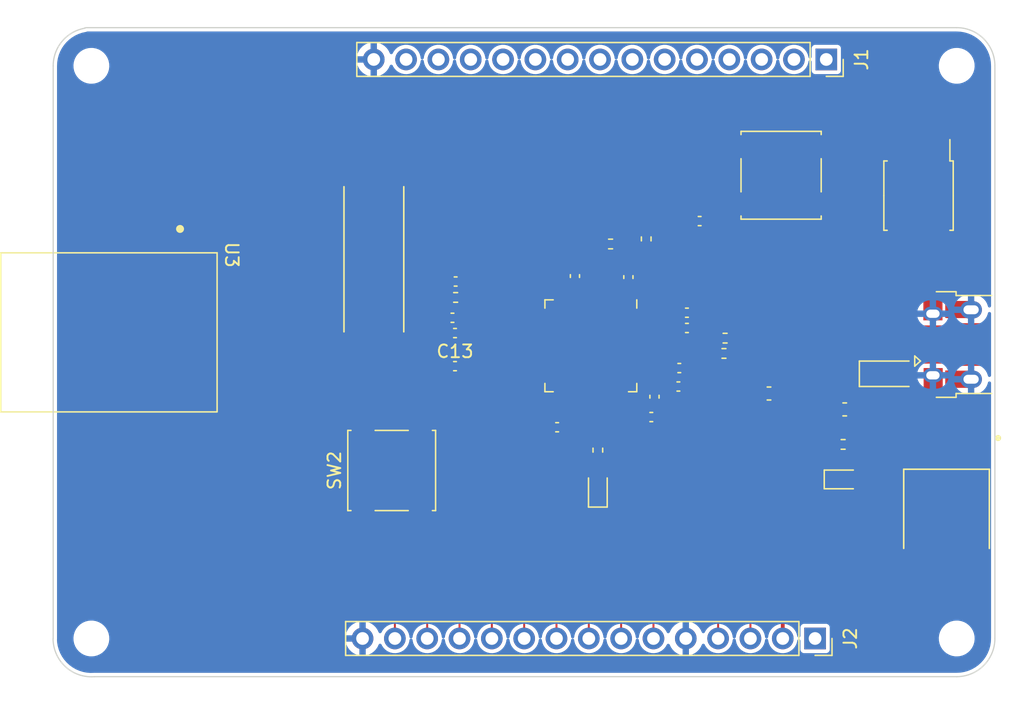
<source format=kicad_pcb>
(kicad_pcb (version 20211014) (generator pcbnew)
  (layers (0 "F.Cu" signal) (31 "B.Cu" power) (34 "B.Paste" user) (35 "F.Paste" user) (36 "B.SilkS" user "B.Silkscreen") (37 "F.SilkS" user "F.Silkscreen") (38 "B.Mask" user) (39 "F.Mask" user) (44 "Edge.Cuts" user))
  (net 0 "")
  (net 1 "+3.3V")
  (net 2 "GND")
  (net 3 "+1V1")
  (net 4 "/XIN")
  (net 5 "Net-(C13-Pad1)")
  (net 6 "Net-(C15-Pad1)")
  (net 7 "Net-(D1-Pad2)")
  (net 8 "Net-(D2-Pad2)")
  (net 9 "/VBUS")
  (net 10 "/GPIO5")
  (net 11 "/GPIO6")
  (net 12 "/GPIO7")
  (net 13 "/GPIO8")
  (net 14 "/GPIO9")
  (net 15 "/GPIO10")
  (net 16 "/GPIO11")
  (net 17 "/GPIO0")
  (net 18 "/GPIO1")
  (net 19 "/GPIO2")
  (net 20 "/GPIO3")
  (net 21 "/GPIO17")
  (net 22 "/GPIO18")
  (net 23 "/GPIO19")
  (net 24 "/GPIO20")
  (net 25 "/GPIO21")
  (net 26 "/GPIO22")
  (net 27 "/GPIO23")
  (net 28 "/GPIO24")
  (net 29 "/GPIO26")
  (net 30 "/GPIO27")
  (net 31 "/GPIO28")
  (net 32 "/GPIO29")
  (net 33 "/USB_D-")
  (net 34 "/USB_D+")
  (net 36 "/SWCLK")
  (net 37 "/SWD")
  (net 38 "Net-(R1-Pad2)")
  (net 39 "Net-(R2-Pad2)")
  (net 40 "/XOUT")
  (net 41 "/GPIO25")
  (net 42 "/QSPI_SS")
  (net 43 "Net-(R6-Pad2)")
  (net 44 "/RUN")
  (net 45 "/BLE_RX")
  (net 46 "/BLE_TX")
  (net 47 "/BLE_WAKEUP")
  (net 48 "/BLE_POWER_DOWN")
  (net 49 "/BLE_INT")
  (net 50 "/GPIO4")
  (net 51 "/QSPI_SD3")
  (net 52 "/QSPI_SCLK")
  (net 53 "/QSPI_SD0")
  (net 54 "/QSPI_SD2")
  (net 55 "/QSPI_SD1")
  (footprint "MountingHole:MountingHole_2.2mm_M2" (layer "F.Cu") (at 170 85)
    (fp_text reference "H1")
    (fp_text value "MountingHole")
    (pad "" np_thru_hole circle (at 0 0) (size 2.2 2.2) (drill 2.2) (layers *.Cu *.Mask))
  )
  (footprint "Package_DFN_QFN:QFN-56-1EP_7x7mm_P0.4mm_EP3.2x3.2mm" (layer "F.Cu") (at 141.25 107 -90)
    (fp_text reference "U1")
    (fp_text value "RP2040")
    (pad "1" smd roundrect locked (at -3.4375 -2.6 270) (size 0.875 0.2) (layers "F.Cu" "F.Paste" "F.Mask") (net 1 "+3.3V"))
    (pad "2" smd roundrect locked (at -3.4375 -2.2 270) (size 0.875 0.2) (layers "F.Cu" "F.Paste" "F.Mask") (net 17 "/GPIO0"))
    (pad "3" smd roundrect locked (at -3.4375 -1.8 270) (size 0.875 0.2) (layers "F.Cu" "F.Paste" "F.Mask") (net 18 "/GPIO1"))
    (pad "4" smd roundrect locked (at -3.4375 -1.4 270) (size 0.875 0.2) (layers "F.Cu" "F.Paste" "F.Mask") (net 19 "/GPIO2"))
    (pad "5" smd roundrect locked (at -3.4375 -1 270) (size 0.875 0.2) (layers "F.Cu" "F.Paste" "F.Mask") (net 20 "/GPIO3"))
    (pad "6" smd roundrect locked (at -3.4375 -0.6 270) (size 0.875 0.2) (layers "F.Cu" "F.Paste" "F.Mask") (net 50 "/GPIO4"))
    (pad "7" smd roundrect locked (at -3.4375 -0.2 270) (size 0.875 0.2) (layers "F.Cu" "F.Paste" "F.Mask") (net 10 "/GPIO5"))
    (pad "8" smd roundrect locked (at -3.4375 0.2 270) (size 0.875 0.2) (layers "F.Cu" "F.Paste" "F.Mask") (net 11 "/GPIO6"))
    (pad "9" smd roundrect locked (at -3.4375 0.6 270) (size 0.875 0.2) (layers "F.Cu" "F.Paste" "F.Mask") (net 12 "/GPIO7"))
    (pad "10" smd roundrect locked (at -3.4375 1 270) (size 0.875 0.2) (layers "F.Cu" "F.Paste" "F.Mask") (net 1 "+3.3V"))
    (pad "11" smd roundrect locked (at -3.4375 1.4 270) (size 0.875 0.2) (layers "F.Cu" "F.Paste" "F.Mask") (net 13 "/GPIO8"))
    (pad "12" smd roundrect locked (at -3.4375 1.8 270) (size 0.875 0.2) (layers "F.Cu" "F.Paste" "F.Mask") (net 14 "/GPIO9"))
    (pad "13" smd roundrect locked (at -3.4375 2.2 270) (size 0.875 0.2) (layers "F.Cu" "F.Paste" "F.Mask") (net 15 "/GPIO10"))
    (pad "14" smd roundrect locked (at -3.4375 2.6 270) (size 0.875 0.2) (layers "F.Cu" "F.Paste" "F.Mask") (net 16 "/GPIO11"))
    (pad "15" smd roundrect locked (at -2.6 3.4375 270) (size 0.2 0.875) (layers "F.Cu" "F.Paste" "F.Mask") (net 45 "/BLE_RX"))
    (pad "16" smd roundrect locked (at -2.2 3.4375 270) (size 0.2 0.875) (layers "F.Cu" "F.Paste" "F.Mask") (net 46 "/BLE_TX"))
    (pad "17" smd roundrect locked (at -1.8 3.4375 270) (size 0.2 0.875) (layers "F.Cu" "F.Paste" "F.Mask") (net 47 "/BLE_WAKEUP"))
    (pad "18" smd roundrect locked (at -1.4 3.4375 270) (size 0.2 0.875) (layers "F.Cu" "F.Paste" "F.Mask") (net 48 "/BLE_POWER_DOWN"))
    (pad "19" smd roundrect locked (at -1 3.4375 270) (size 0.2 0.875) (layers "F.Cu" "F.Paste" "F.Mask") (net 2 "GND"))
    (pad "20" smd roundrect locked (at -0.6 3.4375 270) (size 0.2 0.875) (layers "F.Cu" "F.Paste" "F.Mask") (net 4 "/XIN"))
    (pad "21" smd roundrect locked (at -0.2 3.4375 270) (size 0.2 0.875) (layers "F.Cu" "F.Paste" "F.Mask") (net 40 "/XOUT"))
    (pad "22" smd roundrect locked (at 0.2 3.4375 270) (size 0.2 0.875) (layers "F.Cu" "F.Paste" "F.Mask") (net 1 "+3.3V"))
    (pad "23" smd roundrect locked (at 0.6 3.4375 270) (size 0.2 0.875) (layers "F.Cu" "F.Paste" "F.Mask") (net 3 "+1V1"))
    (pad "24" smd roundrect locked (at 1 3.4375 270) (size 0.2 0.875) (layers "F.Cu" "F.Paste" "F.Mask") (net 36 "/SWCLK"))
    (pad "25" smd roundrect locked (at 1.4 3.4375 270) (size 0.2 0.875) (layers "F.Cu" "F.Paste" "F.Mask") (net 37 "/SWD"))
    (pad "26" smd roundrect locked (at 1.8 3.4375 270) (size 0.2 0.875) (layers "F.Cu" "F.Paste" "F.Mask") (net 44 "/RUN"))
    (pad "27" smd roundrect locked (at 2.2 3.4375 270) (size 0.2 0.875) (layers "F.Cu" "F.Paste" "F.Mask") (net 49 "/BLE_INT"))
    (pad "28" smd roundrect locked (at 2.6 3.4375 270) (size 0.2 0.875) (layers "F.Cu" "F.Paste" "F.Mask") (net 21 "/GPIO17"))
    (pad "29" smd roundrect locked (at 3.4375 2.6 270) (size 0.875 0.2) (layers "F.Cu" "F.Paste" "F.Mask") (net 22 "/GPIO18"))
    (pad "30" smd roundrect locked (at 3.4375 2.2 270) (size 0.875 0.2) (layers "F.Cu" "F.Paste" "F.Mask") (net 23 "/GPIO19"))
    (pad "31" smd roundrect locked (at 3.4375 1.8 270) (size 0.875 0.2) (layers "F.Cu" "F.Paste" "F.Mask") (net 24 "/GPIO20"))
    (pad "32" smd roundrect locked (at 3.4375 1.4 270) (size 0.875 0.2) (layers "F.Cu" "F.Paste" "F.Mask") (net 25 "/GPIO21"))
    (pad "33" smd roundrect locked (at 3.4375 1 270) (size 0.875 0.2) (layers "F.Cu" "F.Paste" "F.Mask") (net 1 "+3.3V"))
    (pad "34" smd roundrect locked (at 3.4375 0.6 270) (size 0.875 0.2) (layers "F.Cu" "F.Paste" "F.Mask") (net 26 "/GPIO22"))
    (pad "35" smd roundrect locked (at 3.4375 0.2 270) (size 0.875 0.2) (layers "F.Cu" "F.Paste" "F.Mask") (net 27 "/GPIO23"))
    (pad "36" smd roundrect locked (at 3.4375 -0.2 270) (size 0.875 0.2) (layers "F.Cu" "F.Paste" "F.Mask") (net 28 "/GPIO24"))
    (pad "37" smd roundrect locked (at 3.4375 -0.6 270) (size 0.875 0.2) (layers "F.Cu" "F.Paste" "F.Mask") (net 41 "/GPIO25"))
    (pad "38" smd roundrect locked (at 3.4375 -1 270) (size 0.875 0.2) (layers "F.Cu" "F.Paste" "F.Mask") (net 29 "/GPIO26"))
    (pad "39" smd roundrect locked (at 3.4375 -1.4 270) (size 0.875 0.2) (layers "F.Cu" "F.Paste" "F.Mask") (net 30 "/GPIO27"))
    (pad "40" smd roundrect locked (at 3.4375 -1.8 270) (size 0.875 0.2) (layers "F.Cu" "F.Paste" "F.Mask") (net 31 "/GPIO28"))
    (pad "41" smd roundrect locked (at 3.4375 -2.2 270) (size 0.875 0.2) (layers "F.Cu" "F.Paste" "F.Mask") (net 32 "/GPIO29"))
    (pad "42" smd roundrect locked (at 3.4375 -2.6 270) (size 0.875 0.2) (layers "F.Cu" "F.Paste" "F.Mask") (net 1 "+3.3V"))
    (pad "43" smd roundrect locked (at 2.6 -3.4375 270) (size 0.2 0.875) (layers "F.Cu" "F.Paste" "F.Mask") (net 1 "+3.3V"))
    (pad "44" smd roundrect locked (at 2.2 -3.4375 270) (size 0.2 0.875) (layers "F.Cu" "F.Paste" "F.Mask") (net 1 "+3.3V"))
    (pad "45" smd roundrect locked (at 1.8 -3.4375 270) (size 0.2 0.875) (layers "F.Cu" "F.Paste" "F.Mask") (net 3 "+1V1"))
    (pad "46" smd roundrect locked (at 1.4 -3.4375 270) (size 0.2 0.875) (layers "F.Cu" "F.Paste" "F.Mask") (net 39 "Net-(R2-Pad2)"))
    (pad "47" smd roundrect locked (at 1 -3.4375 270) (size 0.2 0.875) (layers "F.Cu" "F.Paste" "F.Mask") (net 38 "Net-(R1-Pad2)"))
    (pad "48" smd roundrect locked (at 0.6 -3.4375 270) (size 0.2 0.875) (layers "F.Cu" "F.Paste" "F.Mask") (net 1 "+3.3V"))
    (pad "49" smd roundrect locked (at 0.2 -3.4375 270) (size 0.2 0.875) (layers "F.Cu" "F.Paste" "F.Mask") (net 1 "+3.3V"))
    (pad "50" smd roundrect locked (at -0.2 -3.4375 270) (size 0.2 0.875) (layers "F.Cu" "F.Paste" "F.Mask") (net 3 "+1V1"))
    (pad "51" smd roundrect locked (at -0.6 -3.4375 270) (size 0.2 0.875) (layers "F.Cu" "F.Paste" "F.Mask") (net 51 "/QSPI_SD3"))
    (pad "52" smd roundrect locked (at -1 -3.4375 270) (size 0.2 0.875) (layers "F.Cu" "F.Paste" "F.Mask") (net 52 "/QSPI_SCLK"))
    (pad "53" smd roundrect locked (at -1.4 -3.4375 270) (size 0.2 0.875) (layers "F.Cu" "F.Paste" "F.Mask") (net 53 "/QSPI_SD0"))
    (pad "54" smd roundrect locked (at -1.8 -3.4375 270) (size 0.2 0.875) (layers "F.Cu" "F.Paste" "F.Mask") (net 54 "/QSPI_SD2"))
    (pad "55" smd roundrect locked (at -2.2 -3.4375 270) (size 0.2 0.875) (layers "F.Cu" "F.Paste" "F.Mask") (net 55 "/QSPI_SD1"))
    (pad "56" smd roundrect locked (at -2.6 -3.4375 270) (size 0.2 0.875) (layers "F.Cu" "F.Paste" "F.Mask") (net 42 "/QSPI_SS"))
    (pad "57" smd rect locked (at 0 0 270) (size 3.2 3.2) (layers "F.Cu" "F.Mask") (net 2 "GND"))
  )
  (footprint "Capacitor_SMD:C_0603_1608Metric" (layer "F.Cu") (at 155.25 110.75)
    (fp_text reference "C16")
    (fp_text value "10u")
    (pad "1" smd roundrect (at -0.775 0) (size 0.9 0.95) (layers "F.Cu" "F.Paste" "F.Mask") (net 1 "+3.3V"))
    (pad "2" smd roundrect (at 0.775 0) (size 0.9 0.95) (layers "F.Cu" "F.Paste" "F.Mask") (net 2 "GND"))
  )
  (footprint "Resistor_SMD:R_0402_1005Metric" (layer "F.Cu") (at 161.075 114.75)
    (fp_text reference "R7")
    (fp_text value "1k")
    (pad "1" smd roundrect (at -0.51 0) (size 0.54 0.64) (layers "F.Cu" "F.Paste" "F.Mask") (net 1 "+3.3V"))
    (pad "2" smd roundrect (at 0.51 0) (size 0.54 0.64) (layers "F.Cu" "F.Paste" "F.Mask") (net 8 "Net-(D2-Pad2)"))
  )
  (footprint "Capacitor_SMD:C_0402_1005Metric" (layer "F.Cu") (at 130.575 106 180)
    (fp_text reference "C11")
    (fp_text value "100n")
    (pad "1" smd roundrect (at -0.48 0 180) (size 0.56 0.62) (layers "F.Cu" "F.Paste" "F.Mask") (net 3 "+1V1"))
    (pad "2" smd roundrect (at 0.48 0 180) (size 0.56 0.62) (layers "F.Cu" "F.Paste" "F.Mask") (net 2 "GND"))
  )
  (footprint "MountingHole:MountingHole_2.2mm_M2" (layer "F.Cu") (at 170 130)
    (fp_text reference "H2")
    (fp_text value "MountingHole")
    (pad "" np_thru_hole circle (at 0 0) (size 2.2 2.2) (drill 2.2) (layers *.Cu *.Mask))
  )
  (footprint "Resistor_SMD:R_0402_1005Metric" (layer "F.Cu") (at 151.8 106.4 180)
    (fp_text reference "R1")
    (fp_text value "27.4")
    (pad "1" smd roundrect (at -0.51 0 180) (size 0.54 0.64) (layers "F.Cu" "F.Paste" "F.Mask") (net 34 "/USB_D+"))
    (pad "2" smd roundrect (at 0.51 0 180) (size 0.54 0.64) (layers "F.Cu" "F.Paste" "F.Mask") (net 38 "Net-(R1-Pad2)"))
  )
  (footprint "Package_SO:SOIC-8_5.23x5.23mm_P1.27mm" (layer "F.Cu") (at 167 95.2 -90)
    (fp_text reference "U2")
    (fp_text value "W25Q128JVS")
    (pad "1" smd roundrect (at -3.6 -1.905 270) (size 1.6 0.6) (layers "F.Cu" "F.Paste" "F.Mask") (net 42 "/QSPI_SS"))
    (pad "2" smd roundrect (at -3.6 -0.635 270) (size 1.6 0.6) (layers "F.Cu" "F.Paste" "F.Mask") (net 55 "/QSPI_SD1"))
    (pad "3" smd roundrect (at -3.6 0.635 270) (size 1.6 0.6) (layers "F.Cu" "F.Paste" "F.Mask") (net 54 "/QSPI_SD2"))
    (pad "4" smd roundrect (at -3.6 1.905 270) (size 1.6 0.6) (layers "F.Cu" "F.Paste" "F.Mask") (net 2 "GND"))
    (pad "5" smd roundrect (at 3.6 1.905 270) (size 1.6 0.6) (layers "F.Cu" "F.Paste" "F.Mask") (net 53 "/QSPI_SD0"))
    (pad "6" smd roundrect (at 3.6 0.635 270) (size 1.6 0.6) (layers "F.Cu" "F.Paste" "F.Mask") (net 52 "/QSPI_SCLK"))
    (pad "7" smd roundrect (at 3.6 -0.635 270) (size 1.6 0.6) (layers "F.Cu" "F.Paste" "F.Mask") (net 51 "/QSPI_SD3"))
    (pad "8" smd roundrect (at 3.6 -1.905 270) (size 1.6 0.6) (layers "F.Cu" "F.Paste" "F.Mask") (net 1 "+3.3V"))
  )
  (footprint "LED_SMD:LED_0603_1608Metric" (layer "F.Cu") (at 141.8 118.1875 90)
    (fp_text reference "D1")
    (fp_text value "BLUE")
    (pad "1" smd roundrect (at -0.7875 0 90) (size 0.875 0.95) (layers "F.Cu" "F.Paste" "F.Mask") (net 2 "GND"))
    (pad "2" smd roundrect (at 0.7875 0 90) (size 0.875 0.95) (layers "F.Cu" "F.Paste" "F.Mask") (net 7 "Net-(D1-Pad2)"))
  )
  (footprint "Capacitor_SMD:C_0402_1005Metric" (layer "F.Cu") (at 148.13 110.2)
    (fp_text reference "C5")
    (fp_text value "1u")
    (pad "1" smd roundrect (at -0.48 0) (size 0.56 0.62) (layers "F.Cu" "F.Paste" "F.Mask") (net 1 "+3.3V"))
    (pad "2" smd roundrect (at 0.48 0) (size 0.56 0.62) (layers "F.Cu" "F.Paste" "F.Mask") (net 2 "GND"))
  )
  (footprint "Capacitor_SMD:C_0402_1005Metric" (layer "F.Cu") (at 130.575 108.6)
    (fp_text reference "C13" (at 0 -1.16) (layer "F.SilkS"))
    (fp_text value "27p")
    (pad "1" smd roundrect (at -0.48 0) (size 0.56 0.62) (layers "F.Cu" "F.Paste" "F.Mask") (net 5 "Net-(C13-Pad1)"))
    (pad "2" smd roundrect (at 0.48 0) (size 0.56 0.62) (layers "F.Cu" "F.Paste" "F.Mask") (net 2 "GND"))
  )
  (footprint "NCP1117DT33G:VREG_NCP1117DT33G" (layer "F.Cu") (at 169.2 118.2 180)
    (fp_text reference "U4")
    (fp_text value "NCP1117DT33G")
    (pad "1" smd rect locked (at -2.285 4.08 180) (size 1.6 3) (layers "F.Cu" "F.Paste" "F.Mask") (net 2 "GND"))
    (pad "3" smd rect locked (at 2.285 4.08 180) (size 1.6 3) (layers "F.Cu" "F.Paste" "F.Mask") (net 6 "Net-(C15-Pad1)"))
    (pad "4" smd rect locked (at 0 -3.1 180) (size 5.8 6.2) (layers "F.Cu" "F.Paste" "F.Mask") (net 1 "+3.3V"))
  )
  (footprint "Connector_PinSocket_2.54mm:PinSocket_1x15_P2.54mm_Vertical" (layer "F.Cu") (at 158.87 130 -90)
    (fp_text reference "J2" (at 0 -2.77 90) (layer "F.SilkS"))
    (fp_text value "Conn_01x15")
    (pad "1" thru_hole rect (at 0 0 270) (size 1.7 1.7) (drill 1) (layers *.Cu *.Mask) (net 9 "/VBUS"))
    (pad "2" thru_hole oval (at 0 2.54 270) (size 1.7 1.7) (drill 1) (layers *.Cu *.Mask) (net 1 "+3.3V"))
    (pad "3" thru_hole oval (at 0 5.08 270) (size 1.7 1.7) (drill 1) (layers *.Cu *.Mask) (net 32 "/GPIO29"))
    (pad "4" thru_hole oval (at 0 7.62 270) (size 1.7 1.7) (drill 1) (layers *.Cu *.Mask) (net 31 "/GPIO28"))
    (pad "5" thru_hole oval (at 0 10.16 270) (size 1.7 1.7) (drill 1) (layers *.Cu *.Mask) (net 30 "/GPIO27"))
    (pad "6" thru_hole oval (at 0 12.7 270) (size 1.7 1.7) (drill 1) (layers *.Cu *.Mask) (net 29 "/GPIO26"))
    (pad "7" thru_hole oval (at 0 15.24 270) (size 1.7 1.7) (drill 1) (layers *.Cu *.Mask) (net 28 "/GPIO24"))
    (pad "8" thru_hole oval (at 0 17.78 270) (size 1.7 1.7) (drill 1) (layers *.Cu *.Mask) (net 27 "/GPIO23"))
    (pad "9" thru_hole oval (at 0 20.32 270) (size 1.7 1.7) (drill 1) (layers *.Cu *.Mask) (net 26 "/GPIO22"))
    (pad "10" thru_hole oval (at 0 22.86 270) (size 1.7 1.7) (drill 1) (layers *.Cu *.Mask) (net 25 "/GPIO21"))
    (pad "11" thru_hole oval (at 0 25.4 270) (size 1.7 1.7) (drill 1) (layers *.Cu *.Mask) (net 24 "/GPIO20"))
    (pad "12" thru_hole oval (at 0 27.94 270) (size 1.7 1.7) (drill 1) (layers *.Cu *.Mask) (net 23 "/GPIO19"))
    (pad "13" thru_hole oval (at 0 30.48 270) (size 1.7 1.7) (drill 1) (layers *.Cu *.Mask) (net 22 "/GPIO18"))
    (pad "14" thru_hole oval (at 0 33.02 270) (size 1.7 1.7) (drill 1) (layers *.Cu *.Mask) (net 21 "/GPIO17"))
    (pad "15" thru_hole oval (at 0 35.56 270) (size 1.7 1.7) (drill 1) (layers *.Cu *.Mask) (net 2 "GND"))
  )
  (footprint "Diode_SMD:D_SOD-123" (layer "F.Cu") (at 164.6 109.2)
    (fp_text reference "D3")
    (fp_text value "B5819W")
    (pad "1" smd rect (at -1.65 0) (size 0.9 1.2) (layers "F.Cu" "F.Paste" "F.Mask") (net 6 "Net-(C15-Pad1)"))
    (pad "2" smd rect (at 1.65 0) (size 0.9 1.2) (layers "F.Cu" "F.Paste" "F.Mask") (net 9 "/VBUS"))
  )
  (footprint "Capacitor_SMD:C_0402_1005Metric" (layer "F.Cu") (at 148.8 105.6)
    (fp_text reference "C9")
    (fp_text value "100n")
    (pad "1" smd roundrect (at -0.48 0) (size 0.56 0.62) (layers "F.Cu" "F.Paste" "F.Mask") (net 1 "+3.3V"))
    (pad "2" smd roundrect (at 0.48 0) (size 0.56 0.62) (layers "F.Cu" "F.Paste" "F.Mask") (net 2 "GND"))
  )
  (footprint "MountingHole:MountingHole_2.2mm_M2" (layer "F.Cu") (at 102 85)
    (fp_text reference "H4")
    (fp_text value "MountingHole")
    (pad "" np_thru_hole circle (at 0 0) (size 2.2 2.2) (drill 2.2) (layers *.Cu *.Mask))
  )
  (footprint "ABLS-12:XTAL_ABLS-12.000MHZ-B4-T" (layer "F.Cu") (at 124.2 100.2 -90)
    (fp_text reference "Y1")
    (fp_text value "ABLS-12.000MHZ-B4-T")
    (pad "1" smd rect locked (at -4.75 0 270) (size 5.6 2.1) (layers "F.Cu" "F.Paste" "F.Mask") (net 4 "/XIN"))
    (pad "2" smd rect locked (at 4.75 0 270) (size 5.6 2.1) (layers "F.Cu" "F.Paste" "F.Mask") (net 5 "Net-(C13-Pad1)"))
  )
  (footprint "Connector_PinSocket_2.54mm:PinSocket_1x15_P2.54mm_Vertical" (layer "F.Cu") (at 159.75 84.5 -90)
    (fp_text reference "J1" (at 0 -2.77 90) (layer "F.SilkS"))
    (fp_text value "Conn_01x15")
    (pad "1" thru_hole rect (at 0 0 270) (size 1.7 1.7) (drill 1) (layers *.Cu *.Mask) (net 17 "/GPIO0"))
    (pad "2" thru_hole oval (at 0 2.54 270) (size 1.7 1.7) (drill 1) (layers *.Cu *.Mask) (net 18 "/GPIO1"))
    (pad "3" thru_hole oval (at 0 5.08 270) (size 1.7 1.7) (drill 1) (layers *.Cu *.Mask) (net 19 "/GPIO2"))
    (pad "4" thru_hole oval (at 0 7.62 270) (size 1.7 1.7) (drill 1) (layers *.Cu *.Mask) (net 20 "/GPIO3"))
    (pad "5" thru_hole oval (at 0 10.16 270) (size 1.7 1.7) (drill 1) (layers *.Cu *.Mask) (net 50 "/GPIO4"))
    (pad "6" thru_hole oval (at 0 12.7 270) (size 1.7 1.7) (drill 1) (layers *.Cu *.Mask) (net 10 "/GPIO5"))
    (pad "7" thru_hole oval (at 0 15.24 270) (size 1.7 1.7) (drill 1) (layers *.Cu *.Mask) (net 11 "/GPIO6"))
    (pad "8" thru_hole oval (at 0 17.78 270) (size 1.7 1.7) (drill 1) (layers *.Cu *.Mask) (net 12 "/GPIO7"))
    (pad "9" thru_hole oval (at 0 20.32 270) (size 1.7 1.7) (drill 1) (layers *.Cu *.Mask) (net 13 "/GPIO8"))
    (pad "10" thru_hole oval (at 0 22.86 270) (size 1.7 1.7) (drill 1) (layers *.Cu *.Mask) (net 14 "/GPIO9"))
    (pad "11" thru_hole oval (at 0 25.4 270) (size 1.7 1.7) (drill 1) (layers *.Cu *.Mask) (net 15 "/GPIO10"))
    (pad "12" thru_hole oval (at 0 27.94 270) (size 1.7 1.7) (drill 1) (layers *.Cu *.Mask) (net 16 "/GPIO11"))
    (pad "13" thru_hole oval (at 0 30.48 270) (size 1.7 1.7) (drill 1) (layers *.Cu *.Mask) (net 37 "/SWD"))
    (pad "14" thru_hole oval (at 0 33.02 270) (size 1.7 1.7) (drill 1) (layers *.Cu *.Mask) (net 36 "/SWCLK"))
    (pad "15" thru_hole oval (at 0 35.56 270) (size 1.7 1.7) (drill 1) (layers *.Cu *.Mask) (net 2 "GND"))
  )
  (footprint "Resistor_SMD:R_0402_1005Metric" (layer "F.Cu") (at 145.6 98.6 -90)
    (fp_text reference "R8")
    (fp_text value "DNF")
    (pad "1" smd roundrect (at -0.51 0 270) (size 0.54 0.64) (layers "F.Cu" "F.Paste" "F.Mask") (net 1 "+3.3V"))
    (pad "2" smd roundrect (at 0.51 0 270) (size 0.54 0.64) (layers "F.Cu" "F.Paste" "F.Mask") (net 42 "/QSPI_SS"))
  )
  (footprint "Custom:MODULE_HM-BT4502" (layer "F.Cu") (at 103.38 105.946 -90)
    (fp_text reference "U3" (at -6.096 -9.652 -90 unlocked) (layer "F.SilkS"))
    (fp_text value "HM-BT4502")
    (pad "1" smd circle (at -6.25 -1.5 270) (size 1.6 1.6) (layers "F.Cu" "F.Paste" "F.Mask") (net 49 "/BLE_INT"))
    (pad "2" smd circle (at -6.25 -3.5 270) (size 1.6 1.6) (layers "F.Cu" "F.Paste" "F.Mask") (net 2 "GND"))
    (pad "3" smd circle (at -6.25 -5.5 270) (size 1.6 1.6) (layers "F.Cu" "F.Paste" "F.Mask") (net 2 "GND"))
    (pad "4" smd circle (at -3 -8.5 270) (size 1.6 1.6) (layers "F.Cu" "F.Paste" "F.Mask") (net 2 "GND"))
    (pad "5" smd circle (at -1 -8.5 270) (size 1.6 1.6) (layers "F.Cu" "F.Paste" "F.Mask") (net 48 "/BLE_POWER_DOWN"))
    (pad "6" smd circle (at 1 -8.5 270) (size 1.6 1.6) (layers "F.Cu" "F.Paste" "F.Mask") (net 47 "/BLE_WAKEUP"))
    (pad "7" smd circle (at 3 -8.5 270) (size 1.6 1.6) (layers "F.Cu" "F.Paste" "F.Mask") (net 1 "+3.3V"))
    (pad "8" smd circle (at 6.25 -5.5 270) (size 1.6 1.6) (layers "F.Cu" "F.Paste" "F.Mask") (net 45 "/BLE_RX"))
    (pad "9" smd circle (at 6.25 -3.5 270) (size 1.6 1.6) (layers "F.Cu" "F.Paste" "F.Mask") (net 46 "/BLE_TX"))
    (pad "10" smd circle (at 6.25 -1.5 270) (size 1.6 1.6) (layers "F.Cu" "F.Paste" "F.Mask") (net 2 "GND"))
    (pad "11" smd circle (at 6.25 0.5 270) (size 1.6 1.6) (layers "F.Cu" "F.Paste" "F.Mask"))
  )
  (footprint "Capacitor_SMD:C_0402_1005Metric" (layer "F.Cu") (at 140 101.52 90)
    (fp_text reference "C3")
    (fp_text value "100n")
    (pad "1" smd roundrect (at -0.48 0 90) (size 0.56 0.62) (layers "F.Cu" "F.Paste" "F.Mask") (net 1 "+3.3V"))
    (pad "2" smd roundrect (at 0.48 0 90) (size 0.56 0.62) (layers "F.Cu" "F.Paste" "F.Mask") (net 2 "GND"))
  )
  (footprint "Button_Switch_SMD:SW_SPST_B3S-1000" (layer "F.Cu") (at 156.2 93.6)
    (fp_text reference "SW1")
    (fp_text value "SW_Push")
    (pad "1" smd rect (at 3.975 -2.25) (size 1.55 1.3) (layers "F.Cu" "F.Paste" "F.Mask") (net 2 "GND"))
    (pad "1" smd rect (at -3.975 -2.25) (size 1.55 1.3) (layers "F.Cu" "F.Paste" "F.Mask") (net 2 "GND"))
    (pad "2" smd rect (at 3.975 2.25) (size 1.55 1.3) (layers "F.Cu" "F.Paste" "F.Mask") (net 43 "Net-(R6-Pad2)"))
    (pad "2" smd rect (at -3.975 2.25) (size 1.55 1.3) (layers "F.Cu" "F.Paste" "F.Mask") (net 43 "Net-(R6-Pad2)"))
  )
  (footprint "Resistor_SMD:R_0402_1005Metric" (layer "F.Cu") (at 130.625 103.2 180)
    (fp_text reference "R4")
    (fp_text value "1k")
    (pad "1" smd roundrect (at -0.51 0 180) (size 0.54 0.64) (layers "F.Cu" "F.Paste" "F.Mask") (net 40 "/XOUT"))
    (pad "2" smd roundrect (at 0.51 0 180) (size 0.54 0.64) (layers "F.Cu" "F.Paste" "F.Mask") (net 5 "Net-(C13-Pad1)"))
  )
  (footprint "Capacitor_SMD:C_0402_1005Metric" (layer "F.Cu") (at 146 112.6)
    (fp_text reference "C7")
    (fp_text value "100n")
    (pad "1" smd roundrect (at -0.48 0) (size 0.56 0.62) (layers "F.Cu" "F.Paste" "F.Mask") (net 1 "+3.3V"))
    (pad "2" smd roundrect (at 0.48 0) (size 0.56 0.62) (layers "F.Cu" "F.Paste" "F.Mask") (net 2 "GND"))
  )
  (footprint "Button_Switch_SMD:SW_SPST_B3S-1000" (layer "F.Cu") (at 125.6 116.8 90)
    (fp_text reference "SW2" (at 0 -4.5 90) (layer "F.SilkS"))
    (fp_text value "SW_Push")
    (pad "1" smd rect (at 3.975 -2.25 90) (size 1.55 1.3) (layers "F.Cu" "F.Paste" "F.Mask") (net 2 "GND"))
    (pad "1" smd rect (at -3.975 -2.25 90) (size 1.55 1.3) (layers "F.Cu" "F.Paste" "F.Mask") (net 2 "GND"))
    (pad "2" smd rect (at 3.975 2.25 90) (size 1.55 1.3) (layers "F.Cu" "F.Paste" "F.Mask") (net 44 "/RUN"))
    (pad "2" smd rect (at -3.975 2.25 90) (size 1.55 1.3) (layers "F.Cu" "F.Paste" "F.Mask") (net 44 "/RUN"))
  )
  (footprint "Capacitor_SMD:C_0402_1005Metric" (layer "F.Cu") (at 148.2 108.75)
    (fp_text reference "C8")
    (fp_text value "1u")
    (pad "1" smd roundrect (at -0.48 0) (size 0.56 0.62) (layers "F.Cu" "F.Paste" "F.Mask") (net 3 "+1V1"))
    (pad "2" smd roundrect (at 0.48 0) (size 0.56 0.62) (layers "F.Cu" "F.Paste" "F.Mask") (net 2 "GND"))
  )
  (footprint "Capacitor_SMD:C_0402_1005Metric" (layer "F.Cu") (at 149.8 97.2 180)
    (fp_text reference "C14")
    (fp_text value "100n")
    (pad "1" smd roundrect (at -0.48 0 180) (size 0.56 0.62) (layers "F.Cu" "F.Paste" "F.Mask") (net 1 "+3.3V"))
    (pad "2" smd roundrect (at 0.48 0 180) (size 0.56 0.62) (layers "F.Cu" "F.Paste" "F.Mask") (net 2 "GND"))
  )
  (footprint "Capacitor_SMD:C_0603_1608Metric" (layer "F.Cu") (at 161.2 112)
    (fp_text reference "C15")
    (fp_text value "10u")
    (pad "1" smd roundrect (at -0.775 0) (size 0.9 0.95) (layers "F.Cu" "F.Paste" "F.Mask") (net 6 "Net-(C15-Pad1)"))
    (pad "2" smd roundrect (at 0.775 0) (size 0.9 0.95) (layers "F.Cu" "F.Paste" "F.Mask") (net 2 "GND"))
  )
  (footprint "Capacitor_SMD:C_0402_1005Metric" (layer "F.Cu") (at 148.8 104.4)
    (fp_text reference "C12")
    (fp_text value "100n")
    (pad "1" smd roundrect (at -0.48 0) (size 0.56 0.62) (layers "F.Cu" "F.Paste" "F.Mask") (net 3 "+1V1"))
    (pad "2" smd roundrect (at 0.48 0) (size 0.56 0.62) (layers "F.Cu" "F.Paste" "F.Mask") (net 2 "GND"))
  )
  (footprint "Resistor_SMD:R_0402_1005Metric" (layer "F.Cu") (at 142.8 99 180)
    (fp_text reference "R6")
    (fp_text value "1k")
    (pad "1" smd roundrect (at -0.51 0 180) (size 0.54 0.64) (layers "F.Cu" "F.Paste" "F.Mask") (net 42 "/QSPI_SS"))
    (pad "2" smd roundrect (at 0.51 0 180) (size 0.54 0.64) (layers "F.Cu" "F.Paste" "F.Mask") (net 43 "Net-(R6-Pad2)"))
  )
  (footprint "Capacitor_SMD:C_0402_1005Metric" (layer "F.Cu") (at 146.25 111 -90)
    (fp_text reference "C2")
    (fp_text value "100n")
    (pad "1" smd roundrect (at -0.48 0 270) (size 0.56 0.62) (layers "F.Cu" "F.Paste" "F.Mask") (net 1 "+3.3V"))
    (pad "2" smd roundrect (at 0.48 0 270) (size 0.56 0.62) (layers "F.Cu" "F.Paste" "F.Mask") (net 2 "GND"))
  )
  (footprint "Connector_USB:USB_Micro-B_Amphenol_10103594-0001LF_Horizontal" (layer "F.Cu") (at 170.015 106.875 90)
    (fp_text reference "J3")
    (fp_text value "USB_B_Micro")
    (pad "1" smd rect (at -1.325 -1.765 180) (size 1.65 0.4) (layers "F.Cu" "F.Paste" "F.Mask") (net 9 "/VBUS"))
    (pad "2" smd rect (at -0.675 -1.765 180) (size 1.65 0.4) (layers "F.Cu" "F.Paste" "F.Mask") (net 33 "/USB_D-"))
    (pad "3" smd rect (at -0.025 -1.765 180) (size 1.65 0.4) (layers "F.Cu" "F.Paste" "F.Mask") (net 34 "/USB_D+"))
    (pad "4" smd rect (at 0.625 -1.765 180) (size 1.65 0.4) (layers "F.Cu" "F.Paste" "F.Mask"))
    (pad "5" smd rect (at 1.275 -1.765 180) (size 1.65 0.4) (layers "F.Cu" "F.Paste" "F.Mask") (net 2 "GND"))
    (pad "6" smd rect (at 2.975 -0.565 90) (size 1.825 0.7) (layers "F.Cu" "F.Paste" "F.Mask") (net 2 "GND"))
    (pad "6" smd rect (at -0.985 1.385 180) (size 2.5 1.43) (layers "F.Cu" "F.Paste" "F.Mask") (net 2 "GND"))
    (pad "6" thru_hole oval (at 2.705 1.115 180) (size 1.7 1.35) (drill oval 1.2 0.7) (layers *.Cu *.Mask) (net 2 "GND"))
    (pad "6" thru_hole oval (at -2.445 -1.885 180) (size 1.5 1.1) (drill oval 1.05 0.65) (layers *.Cu *.Mask) (net 2 "GND"))
    (pad "6" smd rect (at -2.755 0.185 90) (size 1.35 2) (layers "F.Cu" "F.Paste" "F.Mask") (net 2 "GND"))
    (pad "6" smd rect (at 2.725 0.185 90) (size 1.35 2) (layers "F.Cu" "F.Paste" "F.Mask") (net 2 "GND"))
    (pad "6" smd rect (at -2.875 -1.865 90) (size 2 1.5) (layers "F.Cu" "F.Paste" "F.Mask") (net 2 "GND"))
    (pad "6" smd rect (at 0.935 1.385 180) (size 2.5 1.43) (layers "F.Cu" "F.Paste" "F.Mask") (net 2 "GND"))
    (pad "6" thru_hole oval (at -2.755 1.115 180) (size 1.7 1.35) (drill oval 1.2 0.7) (layers *.Cu *.Mask) (net 2 "GND"))
    (pad "6" thru_hole oval (at 2.395 -1.885 180) (size 1.5 1.1) (drill oval 1.05 0.65) (layers *.Cu *.Mask) (net 2 "GND"))
    (pad "6" smd rect (at -2.975 -0.565 90) (size 1.825 0.7) (layers "F.Cu" "F.Paste" "F.Mask") (net 2 "GND"))
    (pad "6" smd rect (at 2.875 -1.885 90) (size 2 1.5) (layers "F.Cu" "F.Paste" "F.Mask") (net 2 "GND"))
  )
  (footprint "Resistor_SMD:R_0402_1005Metric" (layer "F.Cu") (at 141.8 115.2 -90)
    (fp_text reference "R5")
    (fp_text value "1k")
    (pad "1" smd roundrect (at -0.51 0 270) (size 0.54 0.64) (layers "F.Cu" "F.Paste" "F.Mask") (net 41 "/GPIO25"))
    (pad "2" smd roundrect (at 0.51 0 270) (size 0.54 0.64) (layers "F.Cu" "F.Paste" "F.Mask") (net 7 "Net-(D1-Pad2)"))
  )
  (footprint "Capacitor_SMD:C_0402_1005Metric" (layer "F.Cu") (at 130.625 101.95 180)
    (fp_text reference "C10")
    (fp_text value "27p")
    (pad "1" smd roundrect (at -0.48 0 180) (size 0.56 0.62) (layers "F.Cu" "F.Paste" "F.Mask") (net 4 "/XIN"))
    (pad "2" smd roundrect (at 0.48 0 180) (size 0.56 0.62) (layers "F.Cu" "F.Paste" "F.Mask") (net 2 "GND"))
  )
  (footprint "Capacitor_SMD:C_0402_1005Metric" (layer "F.Cu") (at 144.2 101.6 90)
    (fp_text reference "C1")
    (fp_text value "100n")
    (pad "1" smd roundrect (at -0.48 0 90) (size 0.56 0.62) (layers "F.Cu" "F.Paste" "F.Mask") (net 1 "+3.3V"))
    (pad "2" smd roundrect (at 0.48 0 90) (size 0.56 0.62) (layers "F.Cu" "F.Paste" "F.Mask") (net 2 "GND"))
  )
  (footprint "Capacitor_SMD:C_0402_1005Metric" (layer "F.Cu") (at 130.375 104.8 180)
    (fp_text reference "C4")
    (fp_text value "100n")
    (pad "1" smd roundrect (at -0.48 0 180) (size 0.56 0.62) (layers "F.Cu" "F.Paste" "F.Mask") (net 1 "+3.3V"))
    (pad "2" smd roundrect (at 0.48 0 180) (size 0.56 0.62) (layers "F.Cu" "F.Paste" "F.Mask") (net 2 "GND"))
  )
  (footprint "Capacitor_SMD:C_0402_1005Metric" (layer "F.Cu") (at 138.6 113.4 180)
    (fp_text reference "C6")
    (fp_text value "100n")
    (pad "1" smd roundrect (at -0.48 0 180) (size 0.56 0.62) (layers "F.Cu" "F.Paste" "F.Mask") (net 1 "+3.3V"))
    (pad "2" smd roundrect (at 0.48 0 180) (size 0.56 0.62) (layers "F.Cu" "F.Paste" "F.Mask") (net 2 "GND"))
  )
  (footprint "MountingHole:MountingHole_2.2mm_M2" (layer "F.Cu") (at 102 130 90)
    (fp_text reference "H3")
    (fp_text value "MountingHole")
    (pad "" np_thru_hole circle (at 0 0 90) (size 2.2 2.2) (drill 2.2) (layers *.Cu *.Mask))
  )
  (footprint "Resistor_SMD:R_0402_1005Metric" (layer "F.Cu") (at 151.71 107.6 180)
    (fp_text reference "R2")
    (fp_text value "27.4")
    (pad "1" smd roundrect (at -0.51 0 180) (size 0.54 0.64) (layers "F.Cu" "F.Paste" "F.Mask") (net 33 "/USB_D-"))
    (pad "2" smd roundrect (at 0.51 0 180) (size 0.54 0.64) (layers "F.Cu" "F.Paste" "F.Mask") (net 39 "Net-(R2-Pad2)"))
  )
  (footprint "LED_SMD:LED_0603_1608Metric" (layer "F.Cu") (at 161.075 117.5)
    (fp_text reference "D2")
    (fp_text value "GREEN")
    (pad "1" smd roundrect (at -0.7875 0) (size 0.875 0.95) (layers "F.Cu" "F.Paste" "F.Mask") (net 2 "GND"))
    (pad "2" smd roundrect (at 0.7875 0) (size 0.875 0.95) (layers "F.Cu" "F.Paste" "F.Mask") (net 8 "Net-(D2-Pad2)"))
  )
  (gr_arc (start 99 85) (mid 99.71094 83.060875) (end 101.506803 82.040818) (layer "Edge.Cuts") (width 0.1))
  (gr_arc (start 102.25 132.999999) (mid 99.961631 132.215298) (end 98.989602 130) (layer "Edge.Cuts") (width 0.1))
  (gr_arc (start 170 82) (mid 172.12132 82.87868) (end 173 85) (layer "Edge.Cuts") (width 0.1))
  (gr_line (start 99 85) (end 99 130) (layer "Edge.Cuts") (width 0.1))
  (gr_line (start 173 85) (end 173 130) (layer "Edge.Cuts") (width 0.1))
  (gr_line (start 101.5 82) (end 170 82) (layer "Edge.Cuts") (width 0.1))
  (gr_line (start 102.25 133) (end 170 133) (layer "Edge.Cuts") (width 0.1))
  (gr_arc (start 173 130) (mid 172.12132 132.12132) (end 170 133) (layer "Edge.Cuts") (width 0.1))
  (segment (start 147.2 110.2) (end 147.65 110.2) (width 0.2) (layer "F.Cu") (net 1))
  (segment (start 144.6875 107.6) (end 146 107.6) (width 0.2) (layer "F.Cu") (net 1))
  (segment (start 140.25 103.5625) (end 140.25 103) (width 0.2) (layer "F.Cu") (net 1))
  (segment (start 143.85 110.4375) (end 143.85 110.85) (width 0.154) (layer "F.Cu") (net 1))
  (segment (start 144.6875 109.2) (end 146.2 109.2) (width 0.2) (layer "F.Cu") (net 1))
  (segment (start 146.2 109.2) (end 147.2 110.2) (width 0.2) (layer "F.Cu") (net 1))
  (segment (start 140 102.75) (end 140 102) (width 0.2) (layer "F.Cu") (net 1))
  (segment (start 144.6875 109.6) (end 145.85 109.6) (width 0.2) (layer "F.Cu") (net 1))
  (segment (start 169.2 121.3) (end 158.7 121.3) (width 0.3) (layer "F.Cu") (net 1))
  (segment (start 145.85 109.6) (end 146.25 110) (width 0.2) (layer "F.Cu") (net 1))
  (segment (start 147.6 110.15) (end 147.65 110.2) (width 0.2) (layer "F.Cu") (net 1))
  (segment (start 158.7 121.3) (end 156.33 123.67) (width 0.3) (layer "F.Cu") (net 1))
  (segment (start 140.25 112.55) (end 139.4 113.4) (width 0.154) (layer "F.Cu") (net 1))
  (segment (start 148 105.6) (end 148.32 105.6) (width 0.2) (layer "F.Cu") (net 1))
  (segment (start 144.25 102.75) (end 144.25 102.23) (width 0.2) (layer "F.Cu") (net 1))
  (segment (start 140.25 103) (end 140 102.75) (width 0.2) (layer "F.Cu") (net 1))
  (segment (start 143.85 103.15) (end 144.25 102.75) (width 0.2) (layer "F.Cu") (net 1))
  (segment (start 144.8 111.8) (end 145.4 111.8) (width 0.154) (layer "F.Cu") (net 1))
  (segment (start 137.8125 107.2) (end 136.95 107.2) (width 0.2) (layer "F.Cu") (net 1))
  (segment (start 156.33 123.67) (end 156.33 130) (width 0.3) (layer "F.Cu") (net 1))
  (segment (start 143.85 103.5625) (end 143.85 103.15) (width 0.2) (layer "F.Cu") (net 1))
  (segment (start 145.4 111.8) (end 145.52 111.92) (width 0.154) (layer "F.Cu") (net 1))
  (segment (start 139.4 113.4) (end 139.08 113.4) (width 0.154) (layer "F.Cu") (net 1))
  (segment (start 143.85 110.85) (end 144.8 111.8) (width 0.154) (layer "F.Cu") (net 1))
  (segment (start 146 107.6) (end 148 105.6) (width 0.2) (layer "F.Cu") (net 1))
  (segment (start 145.52 111.92) (end 145.52 112.6) (width 0.154) (layer "F.Cu") (net 1))
  (segment (start 140.25 110.4375) (end 140.25 112.55) (width 0.154) (layer "F.Cu") (net 1))
  (segment (start 144.6875 106.8) (end 146 106.8) (width 0.154) (layer "F.Cu") (net 3))
  (segment (start 144.6875 108.8) (end 144.155025 108.8) (width 0.2) (layer "F.Cu") (net 3))
  (segment (start 147.67 108.8) (end 147.72 108.75) (width 0.2) (layer "F.Cu") (net 3))
  (segment (start 147.45 108.75) (end 147.72 108.75) (width 0.2) (layer "F.Cu") (net 3))
  (segment (start 144.6875 108.8) (end 144.95 108.8) (width 0.2) (layer "F.Cu") (net 3))
  (segment (start 137.8125 107.6) (end 137.280025 107.6) (width 0.2) (layer "F.Cu") (net 3))
  (segment (start 148.32 104.48) (end 148.32 104.4) (width 0.2) (layer "F.Cu") (net 3))
  (segment (start 144.6875 108.8) (end 147.67 108.8) (width 0.2) (layer "F.Cu") (net 3))
  (segment (start 146 106.8) (end 148.32 104.48) (width 0.154) (layer "F.Cu") (net 3))
  (segment (start 131.105 100.18) (end 129.625 98.7) (width 0.2) (layer "F.Cu") (net 4))
  (segment (start 135.65 106.4) (end 134 104.75) (width 0.2) (layer "F.Cu") (net 4))
  (segment (start 131.375 101.95) (end 131.105 101.95) (width 0.2) (layer "F.Cu") (net 4))
  (segment (start 128.7 95.45) (end 124.2 95.45) (width 0.2) (layer "F.Cu") (net 4))
  (segment (start 131.105 101.95) (end 131.105 100.18) (width 0.2) (layer "F.Cu") (net 4))
  (segment (start 137.8125 106.4) (end 135.65 106.4) (width 0.2) (layer "F.Cu") (net 4))
  (segment (start 127.95 104.95) (end 124.2 104.95) (width 0.2) (layer "F.Cu") (net 5))
  (segment (start 141.8 115.71) (end 141.8 117.4) (width 0.3) (layer "F.Cu") (net 7))
  (segment (start 125.85 126.75) (end 125.85 130) (width 0.154) (layer "F.Cu") (net 21))
  (segment (start 126.2 126.4) (end 125.85 126.75) (width 0.154) (layer "F.Cu") (net 21))
  (segment (start 135.2 111.4) (end 135.2 115.2) (width 0.154) (layer "F.Cu") (net 21))
  (segment (start 137 109.6) (end 135.2 111.4) (width 0.154) (layer "F.Cu") (net 21))
  (segment (start 130.2 123.4) (end 127.2 126.4) (width 0.154) (layer "F.Cu") (net 21))
  (segment (start 130.2 120.2) (end 130.2 123.4) (width 0.154) (layer "F.Cu") (net 21))
  (segment (start 137.8125 109.6) (end 137 109.6) (width 0.154) (layer "F.Cu") (net 21))
  (segment (start 127.2 126.4) (end 126.2 126.4) (width 0.154) (layer "F.Cu") (net 21))
  (segment (start 135.2 115.2) (end 130.2 120.2) (width 0.154) (layer "F.Cu") (net 21))
  (segment (start 128.39 128.41) (end 128.39 130) (width 0.154) (layer "F.Cu") (net 22))
  (segment (start 135.8 111.8) (end 135.8 116) (width 0.154) (layer "F.Cu") (net 22))
  (segment (start 138.65 110.4375) (end 137.7955 111.292) (width 0.154) (layer "F.Cu") (net 22))
  (segment (start 131.6 120.2) (end 131.6 125.2) (width 0.154) (layer "F.Cu") (net 22))
  (segment (start 135.8 116) (end 131.6 120.2) (width 0.154) (layer "F.Cu") (net 22))
  (segment (start 128.4 129.99) (end 128.39 130) (width 0.154) (layer "F.Cu") (net 22))
  (segment (start 131.6 125.2) (end 128.39 128.41) (width 0.154) (layer "F.Cu") (net 22))
  (segment (start 136.308 111.292) (end 135.8 111.8) (width 0.154) (layer "F.Cu") (net 22))
  (segment (start 137.7955 111.292) (end 136.308 111.292) (width 0.154) (layer "F.Cu") (net 22))
  (segment (start 136.2 112.2) (end 136.2 116.8) (width 0.154) (layer "F.Cu") (net 23))
  (segment (start 130.93 127.87) (end 130.93 130) (width 0.154) (layer "F.Cu") (net 23))
  (segment (start 133.2 125.6) (end 130.93 127.87) (width 0.154) (layer "F.Cu") (net 23))
  (segment (start 139.05 111.35) (end 138.754 111.646) (width 0.154) (layer "F.Cu") (net 23))
  (segment (start 139.05 110.4375) (end 139.05 111.35) (width 0.154) (layer "F.Cu") (net 23))
  (segment (start 133.2 119.8) (end 133.2 125.6) (width 0.154) (layer "F.Cu") (net 23))
  (segment (start 136.2 116.8) (end 133.2 119.8) (width 0.154) (layer "F.Cu") (net 23))
  (segment (start 138.754 111.646) (end 136.754 111.646) (width 0.154) (layer "F.Cu") (net 23))
  (segment (start 136.754 111.646) (end 136.2 112.2) (width 0.154) (layer "F.Cu") (net 23))
  (segment (start 133.47 127.33) (end 133.47 130) (width 0.154) (layer "F.Cu") (net 24))
  (segment (start 136.6 117.8) (end 134.2 120.2) (width 0.154) (layer "F.Cu") (net 24))
  (segment (start 136.6 112.4) (end 136.6 117.8) (width 0.154) (layer "F.Cu") (net 24))
  (segment (start 137 112) (end 136.6 112.4) (width 0.154) (layer "F.Cu") (net 24))
  (segment (start 134.2 120.2) (end 134.2 126.6) (width 0.154) (layer "F.Cu") (net 24))
  (segment (start 134.2 126.6) (end 133.47 127.33) (width 0.154) (layer "F.Cu") (net 24))
  (segment (start 139.45 110.4375) (end 139.45 111.55) (width 0.154) (layer "F.Cu") (net 24))
  (segment (start 139 112) (end 137 112) (width 0.154) (layer "F.Cu") (net 24))
  (segment (start 139.45 111.55) (end 139 112) (width 0.154) (layer "F.Cu") (net 24))
  (segment (start 137.2 126.4) (end 136.01 127.59) (width 0.154) (layer "F.Cu") (net 25))
  (segment (start 139.2 112.4) (end 138 112.4) (width 0.154) (layer "F.Cu") (net 25))
  (segment (start 139.85 111.75) (end 139.2 112.4) (width 0.154) (layer "F.Cu") (net 25))
  (segment (start 138 112.4) (end 137.2 113.2) (width 0.154) (layer "F.Cu") (net 25))
  (segment (start 137.2 113.2) (end 137.2 126.4) (width 0.154) (layer "F.Cu") (net 25))
  (segment (start 139.85 110.4375) (end 139.85 111.75) (width 0.154) (layer "F.Cu") (net 25))
  (segment (start 136.01 127.59) (end 136.01 130) (width 0.154) (layer "F.Cu") (net 25))
  (segment (start 139.4 124) (end 138.55 124.85) (width 0.154) (layer "F.Cu") (net 26))
  (segment (start 140.65 113.449368) (end 139.4 114.699368) (width 0.154) (layer "F.Cu") (net 26))
  (segment (start 138.55 124.85) (end 138.55 130) (width 0.154) (layer "F.Cu") (net 26))
  (segment (start 139.4 114.699368) (end 139.4 124) (width 0.154) (layer "F.Cu") (net 26))
  (segment (start 140.65 110.4375) (end 140.65 113.449368) (width 0.154) (layer "F.Cu") (net 26))
  (segment (start 140 125.8) (end 141.09 126.89) (width 0.154) (layer "F.Cu") (net 27))
  (segment (start 141.05 110.4375) (end 141.05 113.55) (width 0.154) (layer "F.Cu") (net 27))
  (segment (start 141.05 113.55) (end 140 114.6) (width 0.154) (layer "F.Cu") (net 27))
  (segment (start 141.09 126.89) (end 141.09 130) (width 0.154) (layer "F.Cu") (net 27))
  (segment (start 140 114.6) (end 140 125.8) (width 0.154) (layer "F.Cu") (net 27))
  (segment (start 141.6 123.4) (end 142.2 123.4) (width 0.154) (layer "F.Cu") (net 28))
  (segment (start 140.6 114.6) (end 140.6 122.4) (width 0.154) (layer "F.Cu") (net 28))
  (segment (start 140.6 122.4) (end 141.6 123.4) (width 0.154) (layer "F.Cu") (net 28))
  (segment (start 141.45 113.75) (end 140.6 114.6) (width 0.154) (layer "F.Cu") (net 28))
  (segment (start 143.63 124.83) (end 143.63 130) (width 0.154) (layer "F.Cu") (net 28))
  (segment (start 142.2 123.4) (end 143.63 124.83) (width 0.154) (layer "F.Cu") (net 28))
  (segment (start 141.45 110.4375) (end 141.45 113.75) (width 0.154) (layer "F.Cu") (net 28))
  (segment (start 142.25 110.4375) (end 142.25 113.25) (width 0.154) (layer "F.Cu") (net 29))
  (segment (start 146.17 125.77) (end 146.17 130) (width 0.154) (layer "F.Cu") (net 29))
  (segment (start 144.4 115.4) (end 144.4 124) (width 0.154) (layer "F.Cu") (net 29))
  (segment (start 142.25 113.25) (end 144.4 115.4) (width 0.154) (layer "F.Cu") (net 29))
  (segment (start 144.4 124) (end 146.17 125.77) (width 0.154) (layer "F.Cu") (net 29))
  (segment (start 142.65 110.4375) (end 142.65 112.65) (width 0.154) (layer "F.Cu") (net 30))
  (segment (start 146.2 116.2) (end 146.2 123.4) (width 0.154) (layer "F.Cu") (net 30))
  (segment (start 142.65 112.65) (end 146.2 116.2) (width 0.154) (layer "F.Cu") (net 30))
  (segment (start 148.71 125.91) (end 148.71 130) (width 0.154) (layer "F.Cu") (net 30))
  (segment (start 146.2 123.4) (end 148.71 125.91) (width 0.154) (layer "F.Cu") (net 30))
  (segment (start 146.2 115) (end 151.25 120.05) (width 0.154) (layer "F.Cu") (net 31))
  (segment (start 143.05 110.4375) (end 143.05 112.45) (width 0.154) (layer "F.Cu") (net 31))
  (segment (start 143.05 112.45) (end 145.6 115) (width 0.154) (layer "F.Cu") (net 31))
  (segment (start 151.25 120.05) (end 151.25 130) (width 0.154) (layer "F.Cu") (net 31))
  (segment (start 145.6 115) (end 146.2 115) (width 0.154) (layer "F.Cu") (net 31))
  (segment (start 144.8 113.6) (end 145.4 114.2) (width 0.154) (layer "F.Cu") (net 32))
  (segment (start 143.45 110.4375) (end 143.45 111.45) (width 0.154) (layer "F.Cu") (net 32))
  (segment (start 153.79 121.19) (end 153.79 130) (width 0.154) (layer "F.Cu") (net 32))
  (segment (start 143.45 111.45) (end 144.8 112.8) (width 0.154) (layer "F.Cu") (net 32))
  (segment (start 145.4 114.2) (end 146.8 114.2) (width 0.154) (layer "F.Cu") (net 32))
  (segment (start 146.8 114.2) (end 153.79 121.19) (width 0.154) (layer "F.Cu") (net 32))
  (segment (start 144.8 112.8) (end 144.8 113.6) (width 0.154) (layer "F.Cu") (net 32))
  (segment (start 152.639999 107.180001) (end 152.22 107.6) (width 0.2) (layer "F.Cu") (net 33))
  (segment (start 168.25 107.55) (end 168.1 107.4) (width 0.2) (layer "F.Cu") (net 33))
  (segment (start 167.138631 107.4) (end 166.918632 107.180001) (width 0.2) (layer "F.Cu") (net 33))
  (segment (start 166.918632 107.180001) (end 152.639999 107.180001) (width 0.2) (layer "F.Cu") (net 33))
  (segment (start 168.1 107.4) (end 167.138631 107.4) (width 0.2) (layer "F.Cu") (net 33))
  (segment (start 168.25 106.9) (end 168.236397 106.9) (width 0.2) (layer "F.Cu") (net 34))
  (segment (start 168.086397 106.75) (end 167.125 106.75) (width 0.2) (layer "F.Cu") (net 34))
  (segment (start 168.236397 106.9) (end 168.086397 106.75) (width 0.2) (layer "F.Cu") (net 34))
  (segment (start 152.639999 106.729999) (end 152.31 106.4) (width 0.2) (layer "F.Cu") (net 34))
  (segment (start 167.125 106.729999) (end 152.639999 106.729999) (width 0.2) (layer "F.Cu") (net 34))
  (segment (start 167.125 106.75) (end 167.125 106.729999) (width 0.2) (layer "F.Cu") (net 34))
  (segment (start 148 106.4) (end 151.29 106.4) (width 0.2) (layer "F.Cu") (net 38))
  (segment (start 144.6875 108) (end 146.4 108) (width 0.2) (layer "F.Cu") (net 38))
  (segment (start 146.4 108) (end 148 106.4) (width 0.2) (layer "F.Cu") (net 38))
  (segment (start 144.6875 108.4) (end 146.6 108.4) (width 0.2) (layer "F.Cu") (net 39))
  (segment (start 146.6 108.4) (end 147.4 107.6) (width 0.2) (layer "F.Cu") (net 39))
  (segment (start 147.4 107.6) (end 151.2 107.6) (width 0.2) (layer "F.Cu") (net 39))
  (segment (start 137.8125 106.8) (end 135.05 106.8) (width 0.2) (layer "F.Cu") (net 40))
  (segment (start 135.05 106.8) (end 134.25 106) (width 0.2) (layer "F.Cu") (net 40))
  (segment (start 131.625 103.2) (end 131.135 103.2) (width 0.2) (layer "F.Cu") (net 40))
  (segment (start 141.8 114.4) (end 141.8 114.69) (width 0.154) (layer "F.Cu") (net 41))
  (segment (start 141.85 114.35) (end 141.8 114.4) (width 0.154) (layer "F.Cu") (net 41))
  (segment (start 141.85 110.4375) (end 141.85 114.35) (width 0.154) (layer "F.Cu") (net 41))
  (segment (start 145.6 103.4875) (end 145.6 100) (width 0.2) (layer "F.Cu") (net 42))
  (segment (start 145.6 100) (end 145.6 99.11) (width 0.2) (layer "F.Cu") (net 42))
  (segment (start 144.6875 104.4) (end 145.6 103.4875) (width 0.2) (layer "F.Cu") (net 42))
  (segment (start 144.31 100) (end 143.31 99) (width 0.2) (layer "F.Cu") (net 42))
  (segment (start 144.6875 104.4) (end 144.8 104.4) (width 0.2) (layer "F.Cu") (net 42))
  (segment (start 145.6 100) (end 144.31 100) (width 0.2) (layer "F.Cu") (net 42))
  (segment (start 142.065 99.225) (end 138.25 99.225) (width 0.2) (layer "F.Cu") (net 43))
  (segment (start 148.29 99) (end 148.065 99.225) (width 0.2) (layer "F.Cu") (net 43))
  (segment (start 128.975 108.8) (end 131.188 106.587) (width 0.154) (layer "F.Cu") (net 44))
  (segment (start 128.05 108.35) (end 128.05 105.55) (width 0.154) (layer "F.Cu") (net 44))
  (segment (start 134.413 109.387) (end 135 108.8) (width 0.154) (layer "F.Cu") (net 44))
  (segment (start 131.188 106.587) (end 131.788 106.587) (width 0.154) (layer "F.Cu") (net 44))
  (segment (start 135 108.8) (end 137.8125 108.8) (width 0.154) (layer "F.Cu") (net 44))
  (segment (start 137.8125 104.029341) (end 131.8 98.016841) (width 0.154) (layer "F.Cu") (net 45))
  (segment (start 103 95.8) (end 103 103.4) (width 0.154) (layer "F.Cu") (net 45))
  (segment (start 137.8125 104.4) (end 137.8125 104.029341) (width 0.154) (layer "F.Cu") (net 45))
  (segment (start 131.8 98.016841) (end 131.8 92.6) (width 0.154) (layer "F.Cu") (net 45))
  (segment (start 108.2 105.6) (end 108.88 106.28) (width 0.154) (layer "F.Cu") (net 45))
  (segment (start 108.88 106.28) (end 108.88 112.196) (width 0.154) (layer "F.Cu") (net 45))
  (segment (start 128.8 89.6) (end 109.2 89.6) (width 0.154) (layer "F.Cu") (net 45))
  (segment (start 109.2 89.6) (end 103 95.8) (width 0.154) (layer "F.Cu") (net 45))
  (segment (start 103 103.4) (end 105.2 105.6) (width 0.154) (layer "F.Cu") (net 45))
  (segment (start 131.8 92.6) (end 128.8 89.6) (width 0.154) (layer "F.Cu") (net 45))
  (segment (start 105.2 105.6) (end 108.2 105.6) (width 0.154) (layer "F.Cu") (net 45))
  (segment (start 130.8 92.4) (end 128.6 90.2) (width 0.154) (layer "F.Cu") (net 46))
  (segment (start 137 104.8) (end 135 102.8) (width 0.154) (layer "F.Cu") (net 46))
  (segment (start 130.8 98.6) (end 130.8 92.4) (width 0.154) (layer "F.Cu") (net 46))
  (segment (start 137.8125 104.8) (end 137 104.8) (width 0.154) (layer "F.Cu") (net 46))
  (segment (start 128.6 90.2) (end 125.6 90.2) (width 0.154) (layer "F.Cu") (net 46))
  (segment (start 135 102.8) (end 130.8 98.6) (width 0.154) (layer "F.Cu") (net 46))
  (segment (start 134.4 115.2) (end 129 120.6) (width 0.154) (layer "F.Cu") (net 49))
  (segment (start 134.6 111) (end 134.4 111.2) (width 0.154) (layer "F.Cu") (net 49))
  (segment (start 136.4 109.2) (end 134.6 111) (width 0.154) (layer "F.Cu") (net 49))
  (segment (start 134.4 111.2) (end 134.4 114.8) (width 0.154) (layer "F.Cu") (net 49))
  (segment (start 137.8125 109.2) (end 136.4 109.2) (width 0.154) (layer "F.Cu") (net 49))
  (segment (start 134.4 114.8) (end 134.4 115.2) (width 0.154) (layer "F.Cu") (net 49))
  (segment (start 144.6875 106.4) (end 145.8 106.4) (width 0.154) (layer "F.Cu") (net 51))
  (segment (start 147.6 103.4) (end 151.2 103.4) (width 0.154) (layer "F.Cu") (net 51))
  (segment (start 161.2 99.035) (end 161.235 99) (width 0.2) (layer "F.Cu") (net 51))
  (segment (start 151.2 103.4) (end 152.2 102.4) (width 0.154) (layer "F.Cu") (net 51))
  (segment (start 147.6 104.6) (end 147.6 103.4) (width 0.154) (layer "F.Cu") (net 51))
  (segment (start 152.2 102.4) (end 152.2 100.035) (width 0.154) (layer "F.Cu") (net 51))
  (segment (start 145.8 106.4) (end 147.6 104.6) (width 0.154) (layer "F.Cu") (net 51))
  (segment (start 145.699368 106) (end 147.149684 104.549684) (width 0.154) (layer "F.Cu") (net 52))
  (segment (start 147.149684 103.349684) (end 147.499368 103) (width 0.154) (layer "F.Cu") (net 52))
  (segment (start 147.499368 103) (end 150.2 103) (width 0.154) (layer "F.Cu") (net 52))
  (segment (start 147.149684 104.549684) (end 147.149684 103.349684) (width 0.154) (layer "F.Cu") (net 52))
  (segment (start 150.2 103) (end 151 102.2) (width 0.2) (layer "F.Cu") (net 52))
  (segment (start 144.6875 106) (end 145.699368 106) (width 0.154) (layer "F.Cu") (net 52))
  (segment (start 151 102.2) (end 151 100.035) (width 0.2) (layer "F.Cu") (net 52))
  (segment (start 144.6875 105.6) (end 145.598736 105.6) (width 0.154) (layer "F.Cu") (net 53))
  (segment (start 147.398736 102.6) (end 149.2 102.6) (width 0.154) (layer "F.Cu") (net 53))
  (segment (start 145.598736 105.6) (end 146.795684 104.403052) (width 0.154) (layer "F.Cu") (net 53))
  (segment (start 149.2 102.6) (end 149.695 102.105) (width 0.154) (layer "F.Cu") (net 53))
  (segment (start 146.795684 103.203052) (end 147.398736 102.6) (width 0.154) (layer "F.Cu") (net 53))
  (segment (start 146.795684 104.403052) (end 146.795684 103.203052) (width 0.154) (layer "F.Cu") (net 53))
  (segment (start 144.6875 105.2) (end 145.4 105.2) (width 0.2) (layer "F.Cu") (net 54))
  (segment (start 146.4 103.2) (end 146.418684 103.181316) (width 0.2) (layer "F.Cu") (net 54))
  (segment (start 145.4 105.2) (end 146.4 104.2) (width 0.2) (layer "F.Cu") (net 54))
  (segment (start 145.2 105.2) (end 145.219975 105.2) (width 0.2) (layer "F.Cu") (net 54))
  (segment (start 146.4 104.2) (end 146.4 103.2) (width 0.2) (layer "F.Cu") (net 54))
  (segment (start 146.418684 103.181316) (end 146.418684 103.046894) (width 0.2) (layer "F.Cu") (net 54))
  (segment (start 144.6875 105.2) (end 145.2 105.2) (width 0.2) (layer "F.Cu") (net 54))
  (segment (start 146.418684 103.046894) (end 148.4 101.065578) (width 0.2) (layer "F.Cu") (net 54))
  (segment (start 144.6875 105.2) (end 145.219975 105.2) (width 0.2) (layer "F.Cu") (net 54))
  (segment (start 145.219975 104.8) (end 146 104.019975) (width 0.2) (layer "F.Cu") (net 55))
  (segment (start 146 101.8) (end 147.8 100) (width 0.2) (layer "F.Cu") (net 55))
  (segment (start 146 104.019975) (end 146 101.8) (width 0.2) (layer "F.Cu") (net 55))
  (segment (start 144.6875 104.8) (end 145.219975 104.8) (width 0.2) (layer "F.Cu") (net 55))
  (zone (net 2) (net_name "GND") (layer "B.Cu") (connect_pads (clearance 0.3)) (min_thickness 0.254) (fill yes (thermal_gap 0.5) (thermal_bridge_width 0.5))
    (polygon (pts (xy 173.25 133.25) (xy 99.253699 133.254884) (xy 99.003699 82.254884) (xy 173.25 81.75)))
  )
)
</source>
